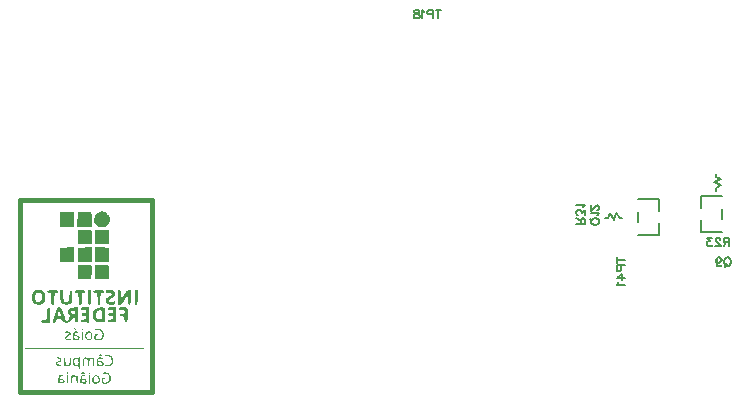
<source format=gbo>
G04 Layer: BottomSilkscreenLayer*
G04 EasyEDA v6.5.22, 2023-01-05 17:43:04*
G04 408631a24da54ebd81f1ad95a11f4f05,373fc183506b451e961249744e80b011,10*
G04 Gerber Generator version 0.2*
G04 Scale: 100 percent, Rotated: No, Reflected: No *
G04 Dimensions in inches *
G04 leading zeros omitted , absolute positions ,3 integer and 6 decimal *
%FSLAX36Y36*%
%MOIN*%

%ADD10C,0.0060*%
%ADD11C,0.0150*%
%ADD12C,0.0079*%

%LPD*%
G36*
X913720Y1243500D02*
G01*
X910360Y1243180D01*
X906700Y1242300D01*
X903139Y1241020D01*
X900160Y1239420D01*
X897560Y1237460D01*
X895020Y1235120D01*
X892840Y1232700D01*
X891300Y1230500D01*
X890759Y1229320D01*
X890240Y1227820D01*
X889360Y1224140D01*
X888760Y1219920D01*
X888520Y1215660D01*
X888560Y1212860D01*
X888740Y1210440D01*
X889100Y1208280D01*
X889640Y1206360D01*
X890420Y1204540D01*
X891460Y1202760D01*
X892780Y1200960D01*
X894400Y1199020D01*
X896200Y1197120D01*
X897900Y1195580D01*
X899599Y1194360D01*
X901420Y1193400D01*
X903480Y1192680D01*
X905860Y1192140D01*
X908700Y1191720D01*
X912080Y1191380D01*
X915759Y1191120D01*
X918720Y1191020D01*
X921120Y1191160D01*
X923180Y1191620D01*
X925060Y1192400D01*
X926960Y1193620D01*
X929040Y1195300D01*
X931500Y1197500D01*
X933500Y1199420D01*
X935200Y1201260D01*
X936600Y1203080D01*
X937780Y1204920D01*
X938720Y1206800D01*
X939440Y1208780D01*
X940000Y1210900D01*
X940380Y1213180D01*
X940600Y1215320D01*
X940680Y1217400D01*
X940620Y1219400D01*
X940400Y1221340D01*
X940040Y1223200D01*
X939520Y1225040D01*
X938860Y1226800D01*
X938060Y1228540D01*
X937220Y1229980D01*
X936160Y1231480D01*
X934940Y1233020D01*
X932180Y1235960D01*
X930720Y1237280D01*
X929240Y1238440D01*
X927820Y1239400D01*
X926320Y1240220D01*
X924620Y1241000D01*
X922800Y1241700D01*
X920900Y1242300D01*
X918980Y1242800D01*
X917099Y1243180D01*
X915320Y1243420D01*
G37*
G36*
X863620Y1241080D02*
G01*
X854880Y1240960D01*
X832660Y1240360D01*
X831460Y1193000D01*
X880020Y1193000D01*
X880000Y1220420D01*
X879780Y1228780D01*
X879380Y1235360D01*
X878860Y1239320D01*
X878560Y1240080D01*
X877800Y1240360D01*
X876240Y1240600D01*
X871000Y1240940D01*
G37*
G36*
X804659Y1241080D02*
G01*
X795920Y1240960D01*
X773720Y1240360D01*
X772520Y1193000D01*
X821080Y1193000D01*
X821040Y1220420D01*
X820819Y1228780D01*
X820420Y1235360D01*
X820180Y1237720D01*
X819900Y1239320D01*
X819599Y1240080D01*
X818860Y1240360D01*
X817280Y1240600D01*
X814980Y1240800D01*
X808580Y1241040D01*
G37*
G36*
X890560Y1182480D02*
G01*
X890560Y1133920D01*
X937920Y1135100D01*
X938620Y1160260D01*
X938680Y1168160D01*
X938560Y1174560D01*
X938280Y1178700D01*
X938060Y1179700D01*
X937760Y1180180D01*
X937200Y1180620D01*
X936380Y1181000D01*
X935260Y1181340D01*
X932120Y1181860D01*
X927580Y1182220D01*
X921520Y1182420D01*
G37*
G36*
X863620Y1182120D02*
G01*
X854880Y1182020D01*
X832660Y1181420D01*
X832660Y1135100D01*
X880020Y1133920D01*
X880000Y1161420D01*
X879780Y1169820D01*
X879380Y1176400D01*
X878860Y1180380D01*
X878560Y1181140D01*
X877800Y1181420D01*
X876240Y1181660D01*
X871000Y1182000D01*
G37*
G36*
X880020Y1123660D02*
G01*
X832660Y1122480D01*
X832660Y1076160D01*
X880020Y1074960D01*
G37*
G36*
X821080Y1123660D02*
G01*
X773720Y1122480D01*
X773720Y1076160D01*
X821080Y1074960D01*
G37*
G36*
X890560Y1123520D02*
G01*
X890560Y1075100D01*
X938980Y1075100D01*
X938940Y1102520D01*
X938740Y1110880D01*
X938360Y1117440D01*
X938120Y1119780D01*
X937860Y1121380D01*
X937580Y1122120D01*
X936820Y1122400D01*
X935220Y1122660D01*
X929880Y1123120D01*
X922320Y1123420D01*
X913360Y1123520D01*
G37*
G36*
X890420Y1064580D02*
G01*
X891600Y1017220D01*
X937920Y1017220D01*
X938620Y1042360D01*
X938680Y1050260D01*
X938560Y1056660D01*
X938280Y1060820D01*
X938060Y1061800D01*
X937760Y1062280D01*
X937200Y1062720D01*
X936360Y1063100D01*
X935260Y1063440D01*
X932099Y1063960D01*
X927560Y1064320D01*
X921480Y1064520D01*
G37*
G36*
X863120Y1064280D02*
G01*
X832660Y1063520D01*
X832660Y1017220D01*
X878980Y1017220D01*
X879680Y1042380D01*
X879740Y1050260D01*
X879479Y1059120D01*
X879300Y1060860D01*
X879100Y1061860D01*
X878780Y1062380D01*
X878259Y1062840D01*
X877500Y1063220D01*
X876460Y1063540D01*
X875120Y1063800D01*
X871480Y1064140D01*
X866320Y1064280D01*
G37*
G36*
X702800Y982340D02*
G01*
X700180Y982240D01*
X697240Y981840D01*
X694340Y981240D01*
X691840Y980460D01*
X689520Y979180D01*
X687140Y977180D01*
X684960Y974740D01*
X683280Y972140D01*
X682640Y970699D01*
X682020Y969020D01*
X681460Y967140D01*
X680580Y963100D01*
X680280Y961060D01*
X680020Y957220D01*
X690560Y957220D01*
X690819Y961160D01*
X691600Y964580D01*
X692920Y967480D01*
X694760Y969840D01*
X696600Y971460D01*
X698520Y972740D01*
X700260Y973580D01*
X701600Y973800D01*
X704520Y973360D01*
X707800Y972620D01*
X709360Y971700D01*
X711000Y969900D01*
X712500Y967460D01*
X713680Y964659D01*
X714479Y961500D01*
X714920Y958080D01*
X714980Y954820D01*
X714620Y952120D01*
X713720Y949720D01*
X712340Y947300D01*
X710620Y945120D01*
X708800Y943480D01*
X706860Y942280D01*
X704860Y941280D01*
X703060Y940620D01*
X701660Y940360D01*
X700280Y940699D01*
X698520Y941600D01*
X696620Y942940D01*
X694760Y944580D01*
X692920Y946940D01*
X691600Y949840D01*
X690819Y953259D01*
X690560Y957220D01*
X680020Y957220D01*
X680280Y953379D01*
X680939Y949340D01*
X681400Y947400D01*
X681940Y945560D01*
X682520Y943940D01*
X683139Y942540D01*
X684980Y939860D01*
X687460Y937460D01*
X690440Y935480D01*
X693820Y934020D01*
X697280Y933160D01*
X701160Y932640D01*
X704980Y932520D01*
X708240Y932820D01*
X711320Y933760D01*
X714599Y935320D01*
X717700Y937320D01*
X720220Y939520D01*
X721620Y941140D01*
X722760Y942740D01*
X723660Y944400D01*
X724320Y946240D01*
X724780Y948340D01*
X725080Y950800D01*
X725240Y953700D01*
X725300Y957159D01*
X725240Y960400D01*
X725080Y963220D01*
X724800Y965660D01*
X724380Y967760D01*
X723820Y969620D01*
X723080Y971240D01*
X722180Y972720D01*
X721080Y974080D01*
X719120Y976040D01*
X716860Y977900D01*
X714620Y979440D01*
X712660Y980480D01*
X710580Y981160D01*
X708020Y981740D01*
X705320Y982159D01*
G37*
G36*
X940939Y981720D02*
G01*
X937039Y981460D01*
X933360Y980980D01*
X930240Y980460D01*
X928000Y979980D01*
X926979Y979599D01*
X926800Y979020D01*
X926880Y978000D01*
X927159Y976680D01*
X927660Y975180D01*
X928660Y973460D01*
X930240Y972520D01*
X932600Y972260D01*
X939260Y972940D01*
X941919Y972680D01*
X944040Y971860D01*
X945680Y970440D01*
X946919Y968660D01*
X947180Y967300D01*
X946400Y966120D01*
X944500Y964800D01*
X939780Y961900D01*
X933980Y958199D01*
X930960Y955879D01*
X928800Y953400D01*
X927420Y950600D01*
X926760Y947400D01*
X926740Y944479D01*
X927220Y941740D01*
X928180Y939340D01*
X929539Y937480D01*
X931260Y936040D01*
X933460Y934680D01*
X935819Y933540D01*
X938080Y932780D01*
X940660Y932380D01*
X943860Y932260D01*
X947300Y932420D01*
X950560Y932860D01*
X954280Y933780D01*
X956520Y934980D01*
X957620Y936820D01*
X957920Y939560D01*
X957760Y942260D01*
X957080Y943640D01*
X955639Y943920D01*
X950939Y942640D01*
X948300Y942099D01*
X945600Y941720D01*
X943180Y941540D01*
X940720Y941700D01*
X939100Y942380D01*
X938199Y943660D01*
X937920Y945620D01*
X938439Y947700D01*
X939960Y949840D01*
X942420Y951960D01*
X949020Y956120D01*
X952000Y958660D01*
X954440Y961360D01*
X955960Y963860D01*
X956900Y966680D01*
X957220Y969160D01*
X956900Y971480D01*
X955960Y973780D01*
X954780Y975620D01*
X953259Y977480D01*
X951600Y979120D01*
X950000Y980340D01*
X947840Y981120D01*
X944680Y981600D01*
G37*
G36*
X1023180Y980360D02*
G01*
X1023220Y945860D01*
X1023379Y939040D01*
X1023540Y936660D01*
X1023800Y934900D01*
X1024140Y933640D01*
X1024620Y932820D01*
X1025200Y932360D01*
X1025939Y932180D01*
X1027920Y932320D01*
X1028980Y932500D01*
X1029860Y932780D01*
X1030600Y933199D01*
X1031200Y933880D01*
X1031680Y934860D01*
X1032080Y936220D01*
X1032380Y938040D01*
X1032820Y943379D01*
X1033120Y951440D01*
X1033840Y980360D01*
G37*
G36*
X966200Y980360D02*
G01*
X967400Y933000D01*
X973720Y933000D01*
X975660Y933100D01*
X977380Y933500D01*
X978960Y934300D01*
X980540Y935680D01*
X982260Y937720D01*
X984240Y940580D01*
X986620Y944380D01*
X991420Y952540D01*
X994960Y958360D01*
X997820Y962760D01*
X999620Y965240D01*
X1000020Y965580D01*
X1000240Y965260D01*
X1000440Y964320D01*
X1000780Y960819D01*
X1001000Y955660D01*
X1001200Y940480D01*
X1001400Y937600D01*
X1001740Y935560D01*
X1002260Y934240D01*
X1003000Y933460D01*
X1004000Y933080D01*
X1005300Y933000D01*
X1006200Y933040D01*
X1006979Y933220D01*
X1007620Y933600D01*
X1008160Y934240D01*
X1008600Y935200D01*
X1008960Y936560D01*
X1009240Y938379D01*
X1009479Y940720D01*
X1009820Y947260D01*
X1010699Y980360D01*
X1001919Y980340D01*
X1000520Y980220D01*
X999300Y979980D01*
X998160Y979560D01*
X997080Y978920D01*
X996000Y978000D01*
X994880Y976760D01*
X993680Y975180D01*
X990840Y970720D01*
X977920Y948220D01*
X977099Y969460D01*
X976860Y973379D01*
X976520Y976220D01*
X976060Y978160D01*
X975380Y979380D01*
X974419Y980040D01*
X973139Y980320D01*
G37*
G36*
X903020Y980360D02*
G01*
X892880Y980260D01*
X889539Y980080D01*
X887200Y979760D01*
X885680Y979300D01*
X884840Y978640D01*
X884539Y977780D01*
X884620Y976680D01*
X885360Y975040D01*
X886860Y973780D01*
X889100Y972860D01*
X892080Y972340D01*
X898820Y971700D01*
X899640Y946420D01*
X899860Y941840D01*
X900180Y938420D01*
X900580Y936020D01*
X901160Y934440D01*
X901940Y933520D01*
X902940Y933100D01*
X904240Y933000D01*
X905540Y933100D01*
X906540Y933540D01*
X907320Y934460D01*
X907880Y936040D01*
X908300Y938460D01*
X908600Y941900D01*
X909060Y952480D01*
X909659Y971940D01*
X915900Y971940D01*
X918900Y972140D01*
X920819Y972820D01*
X921840Y974120D01*
X922140Y976160D01*
X922039Y977460D01*
X921640Y978460D01*
X920759Y979200D01*
X919220Y979720D01*
X916860Y980060D01*
X913480Y980260D01*
G37*
G36*
X867260Y980360D02*
G01*
X867980Y951580D01*
X868280Y943660D01*
X868700Y938379D01*
X869000Y936560D01*
X869340Y935200D01*
X869800Y934240D01*
X870320Y933600D01*
X870980Y933220D01*
X871740Y933040D01*
X873560Y933040D01*
X874340Y933220D01*
X874980Y933600D01*
X875520Y934240D01*
X875960Y935200D01*
X876320Y936560D01*
X876620Y938379D01*
X877039Y943660D01*
X877320Y951580D01*
X878060Y980360D01*
G37*
G36*
X841080Y980360D02*
G01*
X831320Y980260D01*
X828180Y980060D01*
X825939Y979720D01*
X824500Y979200D01*
X823660Y978460D01*
X823280Y977460D01*
X823180Y976160D01*
X823480Y974120D01*
X824500Y972820D01*
X826400Y972140D01*
X829419Y971940D01*
X835660Y971940D01*
X836480Y946360D01*
X836720Y941660D01*
X837020Y938199D01*
X837480Y935740D01*
X838100Y934140D01*
X838960Y933160D01*
X840120Y932620D01*
X841600Y932320D01*
X843139Y932159D01*
X844300Y932320D01*
X845140Y933000D01*
X845720Y934440D01*
X846060Y936820D01*
X846260Y940360D01*
X846340Y951800D01*
X846340Y971940D01*
X852660Y971940D01*
X855720Y972140D01*
X857660Y972820D01*
X858680Y974120D01*
X858980Y976160D01*
X858880Y977460D01*
X858500Y978460D01*
X857660Y979200D01*
X856220Y979720D01*
X853980Y980060D01*
X850840Y980260D01*
G37*
G36*
X774340Y980360D02*
G01*
X775240Y957660D01*
X775639Y951480D01*
X776180Y946900D01*
X776540Y945080D01*
X776960Y943520D01*
X777480Y942159D01*
X778100Y940939D01*
X778820Y939860D01*
X779640Y938820D01*
X780620Y937800D01*
X782000Y936540D01*
X783400Y935500D01*
X784920Y934659D01*
X786560Y934020D01*
X788420Y933540D01*
X790500Y933240D01*
X792900Y933060D01*
X795660Y933000D01*
X798199Y933060D01*
X800520Y933240D01*
X802620Y933540D01*
X804500Y933960D01*
X806220Y934520D01*
X807740Y935200D01*
X809100Y936040D01*
X810340Y937020D01*
X811240Y937880D01*
X812020Y938780D01*
X812680Y939760D01*
X813220Y940879D01*
X813660Y942159D01*
X814020Y943680D01*
X814280Y945480D01*
X814620Y950180D01*
X814760Y956660D01*
X814659Y971320D01*
X814460Y974780D01*
X814140Y977240D01*
X813640Y978860D01*
X812940Y979820D01*
X811979Y980260D01*
X810780Y980360D01*
X809580Y980260D01*
X808640Y979820D01*
X807900Y978960D01*
X807340Y977520D01*
X806900Y975400D01*
X806560Y972460D01*
X805480Y955699D01*
X805100Y952540D01*
X804640Y949880D01*
X804080Y947660D01*
X803420Y945840D01*
X802660Y944419D01*
X801780Y943319D01*
X799920Y941880D01*
X797840Y941040D01*
X795560Y940780D01*
X793080Y941120D01*
X790939Y942000D01*
X789020Y943420D01*
X787520Y945200D01*
X786620Y947180D01*
X786120Y950160D01*
X785720Y954720D01*
X785440Y960260D01*
X785200Y974240D01*
X784980Y976760D01*
X784560Y978480D01*
X783900Y979539D01*
X782920Y980100D01*
X781580Y980320D01*
G37*
G36*
X749500Y980360D02*
G01*
X739260Y980260D01*
X735900Y980080D01*
X733540Y979760D01*
X732000Y979300D01*
X731160Y978640D01*
X730860Y977780D01*
X730939Y976680D01*
X731680Y975040D01*
X733199Y973760D01*
X735460Y972860D01*
X738460Y972340D01*
X745300Y971680D01*
X745300Y945200D01*
X745380Y940300D01*
X745560Y936780D01*
X745920Y934419D01*
X746500Y933000D01*
X747340Y932320D01*
X748500Y932159D01*
X750020Y932320D01*
X751520Y932620D01*
X752660Y933160D01*
X753520Y934120D01*
X754160Y935740D01*
X754599Y938160D01*
X754920Y941600D01*
X755639Y960480D01*
X756000Y965960D01*
X756260Y967860D01*
X756620Y969320D01*
X757060Y970400D01*
X757640Y971140D01*
X758379Y971660D01*
X759260Y971979D01*
X761660Y972340D01*
X764040Y972880D01*
X765980Y973840D01*
X767360Y975140D01*
X768060Y976680D01*
X768139Y977780D01*
X767840Y978640D01*
X767000Y979300D01*
X765460Y979760D01*
X763100Y980080D01*
X759740Y980260D01*
G37*
G36*
X984300Y923520D02*
G01*
X976940Y923400D01*
X974520Y923199D01*
X972800Y922840D01*
X971640Y922300D01*
X970960Y921560D01*
X970639Y920580D01*
X970560Y919320D01*
X970900Y917140D01*
X972260Y915860D01*
X975140Y915260D01*
X985360Y914980D01*
X987039Y914720D01*
X988180Y914220D01*
X988900Y913460D01*
X989300Y912340D01*
X989460Y910800D01*
X989500Y908780D01*
X989300Y905280D01*
X988280Y903400D01*
X985759Y902620D01*
X976840Y902300D01*
X974260Y901700D01*
X973000Y900440D01*
X972660Y898400D01*
X973020Y896380D01*
X974280Y895020D01*
X976720Y894160D01*
X980560Y893660D01*
X983139Y893420D01*
X985100Y893100D01*
X986520Y892600D01*
X987520Y891780D01*
X988180Y890520D01*
X988600Y888700D01*
X989580Y877480D01*
X990400Y874520D01*
X991880Y873360D01*
X994360Y873400D01*
X995360Y873580D01*
X996220Y873840D01*
X996940Y874260D01*
X997520Y874920D01*
X998000Y875860D01*
X998400Y877140D01*
X998700Y878860D01*
X999140Y883800D01*
X999440Y891220D01*
X999680Y900480D01*
X999740Y908740D01*
X999599Y915440D01*
X999320Y919740D01*
X999120Y920759D01*
X998660Y921420D01*
X997820Y921979D01*
X996600Y922460D01*
X994980Y922860D01*
X992940Y923160D01*
X990500Y923360D01*
G37*
G36*
X947460Y923520D02*
G01*
X939500Y923400D01*
X936880Y923199D01*
X935040Y922860D01*
X933800Y922320D01*
X933080Y921580D01*
X932740Y920600D01*
X932660Y919320D01*
X933000Y917140D01*
X934360Y915860D01*
X937240Y915260D01*
X947280Y914960D01*
X950140Y914280D01*
X951340Y912700D01*
X951600Y909840D01*
X951360Y907020D01*
X950240Y905440D01*
X947700Y904740D01*
X938900Y904419D01*
X936340Y903780D01*
X935100Y902500D01*
X934760Y900360D01*
X935100Y898240D01*
X936340Y896940D01*
X938900Y896320D01*
X947840Y896000D01*
X950360Y895240D01*
X951400Y893379D01*
X951600Y889960D01*
X951380Y886540D01*
X950260Y884599D01*
X947580Y883640D01*
X938160Y882620D01*
X935440Y881780D01*
X934080Y880400D01*
X933720Y878259D01*
X933800Y877000D01*
X934120Y876020D01*
X934800Y875280D01*
X935939Y874740D01*
X937660Y874380D01*
X940080Y874180D01*
X947400Y874060D01*
X961080Y874060D01*
X962260Y923520D01*
G37*
G36*
X912240Y923520D02*
G01*
X908100Y923300D01*
X903640Y922640D01*
X899400Y921700D01*
X897520Y921140D01*
X895879Y920540D01*
X894320Y919780D01*
X892740Y918820D01*
X891220Y917720D01*
X889760Y916460D01*
X888379Y915120D01*
X887140Y913680D01*
X886080Y912200D01*
X885200Y910720D01*
X884380Y908960D01*
X883700Y907180D01*
X883180Y905340D01*
X882820Y903460D01*
X882600Y901520D01*
X882549Y898760D01*
X893800Y898760D01*
X894060Y902900D01*
X894900Y906160D01*
X896420Y908820D01*
X898720Y911120D01*
X900920Y912660D01*
X903280Y913940D01*
X905480Y914800D01*
X907280Y915100D01*
X908800Y915000D01*
X910260Y914700D01*
X911480Y914240D01*
X912300Y913700D01*
X912580Y913120D01*
X912860Y912020D01*
X913300Y908480D01*
X913600Y903600D01*
X913720Y897920D01*
X913720Y883520D01*
X906600Y883520D01*
X903580Y883800D01*
X900720Y884520D01*
X898319Y885600D01*
X896640Y886960D01*
X895540Y888940D01*
X894640Y891840D01*
X894040Y895240D01*
X893800Y898760D01*
X882549Y898760D01*
X882600Y897440D01*
X882820Y895280D01*
X883199Y893120D01*
X883700Y891100D01*
X884380Y889200D01*
X885200Y887400D01*
X886200Y885699D01*
X887380Y884100D01*
X888720Y882560D01*
X890260Y881060D01*
X891979Y879659D01*
X893780Y878420D01*
X895720Y877360D01*
X897800Y876420D01*
X900040Y875639D01*
X902500Y874980D01*
X905200Y874440D01*
X908139Y874000D01*
X912800Y873560D01*
X916979Y873400D01*
X920180Y873520D01*
X921979Y873960D01*
X922460Y874659D01*
X922920Y876120D01*
X923300Y878280D01*
X923620Y881100D01*
X924080Y888520D01*
X924240Y898040D01*
X924120Y906960D01*
X923820Y914460D01*
X923379Y919780D01*
X923120Y921380D01*
X922840Y922120D01*
X921560Y922660D01*
X919140Y923120D01*
X915920Y923420D01*
G37*
G36*
X857920Y923520D02*
G01*
X850600Y923400D01*
X848199Y923199D01*
X846480Y922840D01*
X845320Y922300D01*
X844640Y921560D01*
X844320Y920580D01*
X844240Y919320D01*
X844560Y917180D01*
X845819Y915900D01*
X848379Y915280D01*
X857180Y914940D01*
X859720Y914260D01*
X860819Y912660D01*
X861080Y909840D01*
X860840Y907080D01*
X859820Y905480D01*
X857580Y904760D01*
X850040Y904400D01*
X847800Y903760D01*
X846660Y902460D01*
X846340Y900360D01*
X846660Y898280D01*
X847800Y896979D01*
X850040Y896340D01*
X857700Y895980D01*
X859920Y895180D01*
X860879Y893319D01*
X861080Y889960D01*
X860860Y886600D01*
X859820Y884659D01*
X857440Y883660D01*
X849300Y882620D01*
X846880Y881760D01*
X845639Y880360D01*
X845300Y878259D01*
X845380Y877020D01*
X845720Y876020D01*
X846400Y875260D01*
X847540Y874659D01*
X849220Y874220D01*
X851520Y873900D01*
X858439Y873420D01*
X871600Y872800D01*
X871600Y923520D01*
G37*
G36*
X771680Y923520D02*
G01*
X769000Y923360D01*
X767900Y923080D01*
X766919Y922540D01*
X766000Y921700D01*
X765080Y920460D01*
X764160Y918780D01*
X763139Y916560D01*
X760699Y910220D01*
X756102Y897159D01*
X766820Y897159D01*
X767460Y900900D01*
X768160Y903780D01*
X768960Y906580D01*
X769780Y908960D01*
X770500Y910620D01*
X771340Y911540D01*
X772260Y911200D01*
X773280Y909580D01*
X774460Y906640D01*
X775400Y903740D01*
X776160Y900920D01*
X776680Y898540D01*
X776860Y896900D01*
X776460Y895759D01*
X775340Y894860D01*
X773620Y894260D01*
X771440Y894060D01*
X768500Y894240D01*
X767060Y895100D01*
X766820Y897159D01*
X756102Y897159D01*
X752580Y886540D01*
X750120Y878439D01*
X749500Y875639D01*
X749840Y874620D01*
X750800Y873780D01*
X752180Y873199D01*
X753900Y873000D01*
X755980Y873400D01*
X757780Y874560D01*
X759360Y876540D01*
X762200Y882660D01*
X764100Y884580D01*
X767000Y885440D01*
X771600Y885639D01*
X776220Y885440D01*
X779120Y884580D01*
X781000Y882660D01*
X782540Y879320D01*
X783319Y877360D01*
X784120Y875860D01*
X785020Y874740D01*
X786160Y873960D01*
X787660Y873460D01*
X789620Y873160D01*
X795440Y873000D01*
X798840Y873040D01*
X801500Y873199D01*
X803600Y873580D01*
X805340Y874300D01*
X806860Y875440D01*
X808340Y877120D01*
X809980Y879440D01*
X814460Y886140D01*
X816900Y889160D01*
X818980Y891200D01*
X820440Y891940D01*
X821480Y891280D01*
X822420Y889419D01*
X823139Y886580D01*
X824100Y878439D01*
X825000Y875620D01*
X826540Y874080D01*
X828980Y873379D01*
X830060Y873240D01*
X830960Y873240D01*
X831700Y873420D01*
X832280Y873900D01*
X832740Y874760D01*
X833100Y876060D01*
X833360Y877920D01*
X833640Y883540D01*
X833720Y923520D01*
X821600Y923439D01*
X817240Y923020D01*
X813120Y922300D01*
X809740Y921360D01*
X808480Y920819D01*
X806300Y919340D01*
X804200Y917260D01*
X802440Y914880D01*
X801240Y912440D01*
X800420Y909320D01*
X800520Y906600D01*
X810780Y906600D01*
X810860Y908240D01*
X811820Y910240D01*
X813080Y911780D01*
X814780Y913139D01*
X816720Y914160D01*
X818660Y914720D01*
X821020Y914820D01*
X822380Y913960D01*
X823020Y911780D01*
X823180Y907880D01*
X823000Y904680D01*
X822460Y902340D01*
X821600Y900860D01*
X820420Y900360D01*
X819040Y900600D01*
X817280Y901260D01*
X815400Y902220D01*
X813580Y903400D01*
X811680Y905060D01*
X810780Y906600D01*
X800520Y906600D01*
X801640Y903780D01*
X803880Y900400D01*
X808540Y894100D01*
X802960Y885660D01*
X800660Y882380D01*
X798540Y879700D01*
X796840Y877880D01*
X795800Y877220D01*
X795500Y877420D01*
X794539Y879040D01*
X793139Y882060D01*
X791400Y886240D01*
X789400Y891380D01*
X781440Y913540D01*
X780280Y916440D01*
X779260Y918700D01*
X778300Y920440D01*
X777400Y921680D01*
X776460Y922540D01*
X775480Y923080D01*
X774380Y923379D01*
X773139Y923500D01*
G37*
G36*
X738319Y923300D02*
G01*
X737420Y923280D01*
X734860Y922860D01*
X733700Y922320D01*
X732840Y921340D01*
X732220Y919740D01*
X731760Y917320D01*
X731440Y913860D01*
X731000Y903120D01*
X730400Y883760D01*
X721520Y883120D01*
X717020Y882600D01*
X714200Y881700D01*
X712680Y880160D01*
X711979Y877740D01*
X711820Y876240D01*
X711940Y875080D01*
X712440Y874240D01*
X713520Y873680D01*
X715280Y873300D01*
X717880Y873100D01*
X726200Y873000D01*
X741080Y873000D01*
X741060Y909020D01*
X740900Y916140D01*
X740720Y918620D01*
X740460Y920460D01*
X740120Y921760D01*
X739659Y922620D01*
X739060Y923100D01*
G37*
G36*
X823680Y854060D02*
G01*
X822159Y853900D01*
X821720Y853280D01*
X822420Y852000D01*
X824240Y849840D01*
X825800Y848259D01*
X827180Y847080D01*
X828240Y846400D01*
X828840Y846380D01*
X829020Y846940D01*
X828980Y847920D01*
X828720Y849200D01*
X828280Y850600D01*
X827500Y851940D01*
X826380Y853040D01*
X825060Y853780D01*
G37*
G36*
X847820Y853840D02*
G01*
X847300Y853439D01*
X846800Y852240D01*
X846540Y851100D01*
X846540Y849980D01*
X846760Y849020D01*
X847180Y848300D01*
X847760Y847920D01*
X848439Y847780D01*
X849120Y847900D01*
X849720Y848300D01*
X850080Y849000D01*
X850120Y849980D01*
X849860Y851100D01*
X849320Y852220D01*
X848480Y853439D01*
G37*
G36*
X900920Y851940D02*
G01*
X896900Y851780D01*
X893600Y851320D01*
X891380Y850660D01*
X890560Y849840D01*
X891240Y849020D01*
X893139Y848360D01*
X895920Y847900D01*
X903180Y847480D01*
X906740Y846780D01*
X909760Y845680D01*
X911960Y844260D01*
X913520Y842320D01*
X914740Y839780D01*
X915540Y836840D01*
X915819Y833720D01*
X915520Y830540D01*
X914659Y827460D01*
X913340Y824700D01*
X911600Y822480D01*
X909460Y820819D01*
X906780Y819500D01*
X903880Y818600D01*
X901080Y818259D01*
X897720Y818460D01*
X895819Y819320D01*
X894960Y821220D01*
X894760Y824580D01*
X894960Y827720D01*
X895680Y829659D01*
X897099Y830620D01*
X899400Y830900D01*
X901400Y831020D01*
X902440Y831420D01*
X902540Y832120D01*
X901740Y833180D01*
X900460Y834020D01*
X898660Y834580D01*
X896600Y834860D01*
X894479Y834760D01*
X892000Y834100D01*
X890380Y832760D01*
X889380Y830460D01*
X888820Y826940D01*
X888720Y824000D01*
X888980Y821280D01*
X889539Y819060D01*
X890340Y817640D01*
X891960Y816800D01*
X894780Y816100D01*
X898379Y815620D01*
X902380Y815460D01*
X905080Y815500D01*
X907380Y815680D01*
X909340Y815980D01*
X911020Y816440D01*
X912500Y817080D01*
X913800Y817920D01*
X915000Y818960D01*
X916140Y820260D01*
X917700Y822760D01*
X918920Y825920D01*
X919740Y829440D01*
X920020Y832960D01*
X919720Y836600D01*
X918840Y840220D01*
X917460Y843560D01*
X915660Y846400D01*
X914340Y847980D01*
X913040Y849220D01*
X911680Y850200D01*
X910180Y850920D01*
X908439Y851420D01*
X906380Y851740D01*
X903900Y851900D01*
G37*
G36*
X870560Y843520D02*
G01*
X868360Y843259D01*
X866080Y842560D01*
X863960Y841500D01*
X862280Y840220D01*
X860900Y838540D01*
X859580Y836380D01*
X858460Y834040D01*
X857700Y831780D01*
X857400Y829320D01*
X857454Y828760D01*
X861460Y828760D01*
X861800Y831280D01*
X862800Y834060D01*
X864200Y836400D01*
X865920Y838040D01*
X868040Y839000D01*
X870580Y839320D01*
X872760Y839080D01*
X874700Y838439D01*
X876220Y837500D01*
X877080Y836360D01*
X877480Y834659D01*
X877680Y832200D01*
X877720Y829320D01*
X877540Y826360D01*
X876979Y822740D01*
X875920Y820500D01*
X874060Y819260D01*
X871100Y818660D01*
X868180Y818580D01*
X866020Y819240D01*
X864320Y820800D01*
X862860Y823379D01*
X861820Y826220D01*
X861460Y828760D01*
X857454Y828760D01*
X857660Y826660D01*
X858460Y824020D01*
X859740Y821560D01*
X861380Y819479D01*
X863379Y817560D01*
X865480Y816040D01*
X867440Y815100D01*
X869599Y814780D01*
X872039Y815020D01*
X874560Y815800D01*
X876979Y817080D01*
X879479Y819100D01*
X881060Y821480D01*
X881900Y824539D01*
X882140Y828680D01*
X881880Y832200D01*
X881180Y835500D01*
X880140Y838280D01*
X878820Y840220D01*
X877140Y841500D01*
X875020Y842560D01*
X872740Y843259D01*
G37*
G36*
X848439Y843520D02*
G01*
X847620Y842480D01*
X846940Y839580D01*
X846500Y835240D01*
X846340Y829840D01*
X846500Y824440D01*
X846940Y820100D01*
X847620Y817220D01*
X848439Y816160D01*
X849280Y817220D01*
X849940Y820100D01*
X850400Y824440D01*
X850560Y829840D01*
X850400Y835240D01*
X849940Y839580D01*
X849280Y842480D01*
G37*
G36*
X827700Y843520D02*
G01*
X825260Y843319D01*
X822880Y842780D01*
X820840Y841979D01*
X819400Y841000D01*
X818420Y839140D01*
X817620Y835980D01*
X817060Y831919D01*
X816860Y827440D01*
X816899Y826060D01*
X821080Y826060D01*
X821360Y827099D01*
X822159Y827940D01*
X823340Y828480D01*
X824760Y828620D01*
X826400Y828480D01*
X828139Y828199D01*
X829760Y827820D01*
X831080Y827400D01*
X832099Y826660D01*
X832940Y825460D01*
X833500Y823940D01*
X833720Y822300D01*
X833439Y820620D01*
X832700Y819360D01*
X831500Y818540D01*
X829920Y818259D01*
X828259Y818460D01*
X826500Y819000D01*
X824880Y819800D01*
X823600Y820800D01*
X822620Y821979D01*
X821820Y823379D01*
X821280Y824800D01*
X821080Y826060D01*
X816899Y826060D01*
X817020Y821880D01*
X817560Y818520D01*
X818700Y816880D01*
X820560Y816480D01*
X822340Y816380D01*
X824460Y816100D01*
X826660Y815660D01*
X828660Y815120D01*
X830780Y814760D01*
X832840Y815000D01*
X834780Y815800D01*
X836560Y817200D01*
X837900Y818660D01*
X839000Y820060D01*
X839740Y821260D01*
X840000Y822099D01*
X839840Y822880D01*
X839440Y823940D01*
X838860Y825160D01*
X838160Y826360D01*
X836900Y827580D01*
X834800Y828800D01*
X832159Y829880D01*
X826380Y831480D01*
X824120Y832580D01*
X822660Y833840D01*
X822140Y835200D01*
X822600Y836540D01*
X823960Y837620D01*
X826120Y838439D01*
X831600Y839340D01*
X833520Y839980D01*
X834599Y840740D01*
X834680Y841560D01*
X833760Y842320D01*
X832120Y842940D01*
X830020Y843379D01*
G37*
G36*
X798560Y843520D02*
G01*
X795620Y843340D01*
X793439Y842780D01*
X792080Y841919D01*
X791600Y840740D01*
X791979Y839560D01*
X793100Y838860D01*
X795000Y838620D01*
X800140Y839000D01*
X802360Y838800D01*
X804100Y838300D01*
X805100Y837500D01*
X805160Y836400D01*
X804320Y835020D01*
X802700Y833560D01*
X797940Y830720D01*
X795480Y829100D01*
X793400Y827460D01*
X791940Y826040D01*
X791060Y824599D01*
X790520Y822960D01*
X790380Y821280D01*
X790660Y819800D01*
X791500Y818439D01*
X792860Y817180D01*
X794560Y816100D01*
X796420Y815380D01*
X798560Y815020D01*
X801040Y814900D01*
X803540Y815040D01*
X805759Y815420D01*
X807620Y816000D01*
X809140Y816680D01*
X810180Y817400D01*
X810560Y818060D01*
X810000Y818560D01*
X808460Y818860D01*
X806200Y818900D01*
X800560Y818540D01*
X798000Y818760D01*
X796040Y819300D01*
X794940Y820100D01*
X795060Y821380D01*
X796460Y823240D01*
X798860Y825420D01*
X805360Y829980D01*
X808060Y832280D01*
X809880Y834280D01*
X810560Y835759D01*
X810360Y837020D01*
X809820Y838420D01*
X809000Y839800D01*
X808020Y841000D01*
X806500Y841979D01*
X804200Y842780D01*
X801440Y843319D01*
G37*
G36*
X824280Y788780D02*
G01*
X753520Y788580D01*
X706680Y788220D01*
X675300Y787720D01*
X665500Y787400D01*
X659700Y787039D01*
X657980Y786740D01*
X657920Y786640D01*
X658560Y786440D01*
X660200Y786240D01*
X666520Y785879D01*
X676900Y785580D01*
X691300Y785300D01*
X732180Y784900D01*
X789060Y784659D01*
X881020Y784580D01*
X958640Y784760D01*
X1006520Y785100D01*
X1024460Y785340D01*
X1038360Y785620D01*
X1048220Y785920D01*
X1054040Y786280D01*
X1055760Y786580D01*
X1055820Y786680D01*
X1055180Y786880D01*
X1053540Y787080D01*
X1047220Y787440D01*
X1036940Y787740D01*
X1022720Y788020D01*
X1004580Y788259D01*
X956780Y788600D01*
X927200Y788700D01*
G37*
G36*
X908520Y767740D02*
G01*
X907400Y767540D01*
X906100Y767000D01*
X904780Y766200D01*
X903600Y765220D01*
X902620Y764080D01*
X901820Y762860D01*
X901280Y761700D01*
X901080Y760740D01*
X901300Y760180D01*
X901919Y760080D01*
X902840Y760420D01*
X903960Y761200D01*
X905360Y762020D01*
X907020Y762500D01*
X908720Y762600D01*
X911620Y761940D01*
X912700Y761940D01*
X913439Y762280D01*
X913720Y762960D01*
X913600Y763840D01*
X913300Y764760D01*
X912860Y765639D01*
X912300Y766340D01*
X911580Y766880D01*
X910620Y767320D01*
X909560Y767620D01*
G37*
G36*
X933940Y765639D02*
G01*
X930980Y765460D01*
X928360Y765020D01*
X926380Y764340D01*
X925300Y763520D01*
X925340Y762660D01*
X926620Y762000D01*
X928960Y761580D01*
X935920Y761180D01*
X939100Y760500D01*
X941640Y759419D01*
X943400Y758000D01*
X944500Y756000D01*
X945420Y753120D01*
X946020Y749740D01*
X946240Y746220D01*
X946020Y742280D01*
X945280Y739140D01*
X944020Y736720D01*
X942200Y734900D01*
X940080Y733760D01*
X937280Y732820D01*
X934160Y732180D01*
X928300Y731800D01*
X926320Y731360D01*
X925280Y730699D01*
X925300Y729840D01*
X926380Y729020D01*
X928360Y728360D01*
X930980Y727900D01*
X933940Y727740D01*
X937500Y728060D01*
X940740Y729000D01*
X943700Y730620D01*
X946440Y732900D01*
X947760Y734320D01*
X948840Y735780D01*
X949740Y737260D01*
X950440Y738840D01*
X950980Y740540D01*
X951340Y742400D01*
X951540Y744419D01*
X951600Y746680D01*
X951540Y748940D01*
X951340Y750980D01*
X950980Y752820D01*
X950440Y754520D01*
X949740Y756100D01*
X948840Y757600D01*
X947760Y759040D01*
X946440Y760460D01*
X943700Y762760D01*
X940740Y764360D01*
X937500Y765320D01*
G37*
G36*
X769599Y757180D02*
G01*
X767680Y757000D01*
X765639Y756560D01*
X763700Y755900D01*
X762140Y755100D01*
X761060Y754140D01*
X761420Y753500D01*
X763319Y753160D01*
X770460Y752840D01*
X772900Y752280D01*
X774320Y751300D01*
X774760Y749880D01*
X774180Y748420D01*
X772600Y746760D01*
X770260Y745100D01*
X764140Y742039D01*
X761840Y740300D01*
X760480Y738400D01*
X760020Y736340D01*
X760360Y734500D01*
X761300Y732660D01*
X762660Y731020D01*
X764340Y729780D01*
X766380Y728940D01*
X768700Y728340D01*
X771060Y728060D01*
X773120Y728139D01*
X774920Y728560D01*
X776480Y729220D01*
X777660Y730040D01*
X778280Y730920D01*
X778040Y731740D01*
X776820Y732420D01*
X774860Y732860D01*
X769680Y733220D01*
X767380Y733780D01*
X765660Y734640D01*
X764780Y735660D01*
X764980Y736960D01*
X766280Y738460D01*
X768480Y740020D01*
X774580Y743060D01*
X776940Y744800D01*
X778460Y746600D01*
X778980Y748400D01*
X778780Y750060D01*
X778240Y751800D01*
X777420Y753400D01*
X776440Y754680D01*
X775120Y755660D01*
X773400Y756460D01*
X771480Y757000D01*
G37*
G36*
X859100Y757120D02*
G01*
X857240Y756860D01*
X855280Y755920D01*
X854340Y755160D01*
X853520Y754160D01*
X852840Y752860D01*
X852280Y751220D01*
X851820Y749200D01*
X851460Y746760D01*
X851180Y743880D01*
X850980Y740480D01*
X850840Y734820D01*
X851060Y730980D01*
X851620Y728940D01*
X852560Y728720D01*
X853420Y730160D01*
X854120Y733060D01*
X854580Y737000D01*
X854900Y747400D01*
X855460Y750879D01*
X856620Y752560D01*
X858560Y753000D01*
X860220Y752800D01*
X861979Y752260D01*
X863580Y751460D01*
X864860Y750480D01*
X865840Y748700D01*
X866660Y745720D01*
X867200Y741960D01*
X867560Y733920D01*
X867980Y730699D01*
X868620Y728540D01*
X869400Y727740D01*
X870220Y728700D01*
X871000Y731300D01*
X871620Y735140D01*
X872020Y739840D01*
X872240Y743620D01*
X872500Y746520D01*
X872860Y748660D01*
X873340Y750140D01*
X874040Y751100D01*
X875000Y751660D01*
X876280Y751900D01*
X879560Y751900D01*
X880840Y751660D01*
X881800Y751100D01*
X882500Y750140D01*
X883000Y748660D01*
X883340Y746520D01*
X883600Y743620D01*
X883820Y739840D01*
X884220Y735140D01*
X884840Y731300D01*
X885620Y728700D01*
X886440Y727740D01*
X886840Y728020D01*
X887220Y728860D01*
X887560Y730180D01*
X887860Y731919D01*
X888300Y736460D01*
X888439Y742000D01*
X888439Y756280D01*
X880560Y756160D01*
X877280Y755980D01*
X874220Y755600D01*
X871720Y755080D01*
X870120Y754440D01*
X868780Y754040D01*
X867060Y754120D01*
X865140Y754620D01*
X861060Y756680D01*
G37*
G36*
X907020Y757039D02*
G01*
X905380Y756840D01*
X903560Y756200D01*
X901740Y755180D01*
X900180Y753900D01*
X898780Y751820D01*
X897740Y748780D01*
X897099Y744920D01*
X896860Y740340D01*
X896886Y739740D01*
X901080Y739740D01*
X901480Y740800D01*
X902540Y741680D01*
X904140Y742260D01*
X906080Y742480D01*
X908220Y742240D01*
X910360Y741580D01*
X912260Y740600D01*
X913640Y739400D01*
X914520Y738040D01*
X915040Y736600D01*
X915140Y735240D01*
X914820Y734140D01*
X914000Y733300D01*
X912780Y732600D01*
X911320Y732120D01*
X909800Y731940D01*
X908180Y732140D01*
X906460Y732700D01*
X904880Y733500D01*
X903600Y734479D01*
X902620Y735680D01*
X901820Y737060D01*
X901280Y738480D01*
X901080Y739740D01*
X896886Y739740D01*
X897039Y736260D01*
X897480Y732720D01*
X898160Y730100D01*
X898980Y728780D01*
X899800Y728500D01*
X900460Y728640D01*
X900920Y729220D01*
X901200Y731300D01*
X901600Y731720D01*
X902380Y731360D01*
X903600Y730260D01*
X904940Y729280D01*
X906680Y728480D01*
X908640Y727940D01*
X910560Y727740D01*
X912460Y727940D01*
X914419Y728480D01*
X916180Y729280D01*
X917500Y730260D01*
X918480Y731540D01*
X919280Y733139D01*
X919820Y734860D01*
X920020Y736500D01*
X919700Y738120D01*
X918840Y739760D01*
X917540Y741260D01*
X915960Y742400D01*
X913940Y743240D01*
X911440Y743940D01*
X908800Y744400D01*
X903740Y744760D01*
X902140Y745380D01*
X901440Y746520D01*
X901500Y748259D01*
X902220Y749940D01*
X903660Y751080D01*
X905900Y751720D01*
X911660Y752039D01*
X913820Y752340D01*
X915280Y752780D01*
X915819Y753340D01*
X915600Y753960D01*
X915040Y754640D01*
X914200Y755300D01*
X913180Y755819D01*
X911880Y756240D01*
X910280Y756620D01*
X908600Y756900D01*
G37*
G36*
X839640Y756800D02*
G01*
X839100Y756640D01*
X837880Y754659D01*
X836740Y754280D01*
X835020Y754560D01*
X829900Y756480D01*
X827500Y756620D01*
X825060Y755920D01*
X822220Y754300D01*
X819620Y752220D01*
X817980Y749860D01*
X817120Y746820D01*
X816918Y743680D01*
X821380Y743680D01*
X821720Y746160D01*
X822360Y748340D01*
X823280Y749960D01*
X824560Y751140D01*
X826120Y752120D01*
X827820Y752760D01*
X829400Y753000D01*
X830920Y752880D01*
X832360Y752580D01*
X833580Y752140D01*
X834419Y751600D01*
X834960Y750400D01*
X835400Y748220D01*
X835699Y745320D01*
X835819Y742060D01*
X835620Y738340D01*
X834980Y735580D01*
X833900Y733680D01*
X832380Y732600D01*
X830759Y732260D01*
X828940Y732300D01*
X827120Y732680D01*
X825520Y733400D01*
X824160Y734680D01*
X822940Y736580D01*
X821979Y738860D01*
X821460Y741240D01*
X821380Y743680D01*
X816918Y743680D01*
X816860Y742760D01*
X817140Y739020D01*
X817900Y735800D01*
X819200Y733100D01*
X821000Y730980D01*
X823120Y729419D01*
X825400Y728500D01*
X827800Y728199D01*
X830340Y728540D01*
X833139Y729040D01*
X834800Y728520D01*
X835699Y726620D01*
X836640Y720380D01*
X837300Y718319D01*
X838100Y717020D01*
X838980Y716680D01*
X839400Y717120D01*
X839840Y718220D01*
X840260Y719900D01*
X841000Y724700D01*
X841300Y727660D01*
X841700Y734380D01*
X841820Y741340D01*
X841720Y747520D01*
X841420Y752280D01*
X841200Y753900D01*
X840920Y754920D01*
X840260Y756240D01*
G37*
G36*
X788940Y756220D02*
G01*
X788560Y755819D01*
X788220Y754860D01*
X787960Y753360D01*
X787620Y748820D01*
X787560Y742360D01*
X787700Y736480D01*
X787980Y732060D01*
X788360Y729520D01*
X788560Y729100D01*
X788780Y729300D01*
X789500Y730420D01*
X790540Y730840D01*
X792020Y730580D01*
X794080Y729640D01*
X796100Y728860D01*
X798480Y728400D01*
X800920Y728300D01*
X803120Y728580D01*
X805100Y729440D01*
X806900Y730840D01*
X808340Y732620D01*
X809220Y734560D01*
X809720Y737000D01*
X810120Y740140D01*
X810420Y743560D01*
X810520Y746860D01*
X810420Y749920D01*
X810080Y752660D01*
X809580Y754780D01*
X808980Y756000D01*
X808319Y756000D01*
X807700Y754760D01*
X807180Y752540D01*
X806120Y742360D01*
X805639Y739080D01*
X805180Y736560D01*
X804400Y734200D01*
X803160Y732800D01*
X801220Y732240D01*
X798379Y732340D01*
X796620Y732600D01*
X795240Y732980D01*
X794200Y733600D01*
X793439Y734520D01*
X792900Y735879D01*
X792520Y737780D01*
X791600Y747780D01*
X790960Y751540D01*
X790200Y754440D01*
X789380Y756060D01*
G37*
G36*
X851600Y708780D02*
G01*
X850500Y708600D01*
X849220Y708040D01*
X847920Y707240D01*
X846760Y706260D01*
X845780Y705140D01*
X844980Y703960D01*
X844440Y702860D01*
X844240Y701979D01*
X844580Y701480D01*
X845520Y701420D01*
X846900Y701780D01*
X850780Y703500D01*
X852640Y703800D01*
X854300Y703420D01*
X857120Y701540D01*
X858080Y701160D01*
X858740Y701240D01*
X858980Y701800D01*
X858780Y702740D01*
X858240Y703900D01*
X857420Y705120D01*
X856440Y706260D01*
X855280Y707240D01*
X853980Y708040D01*
X852700Y708600D01*
G37*
G36*
X924920Y706680D02*
G01*
X921380Y706520D01*
X918500Y706060D01*
X916540Y705400D01*
X915819Y704580D01*
X916460Y703760D01*
X918240Y703100D01*
X920879Y702640D01*
X927620Y702220D01*
X930939Y701520D01*
X933720Y700480D01*
X935660Y699160D01*
X936960Y697280D01*
X938000Y694599D01*
X938720Y691480D01*
X938980Y688280D01*
X938700Y685040D01*
X937960Y681800D01*
X936840Y678940D01*
X935480Y676840D01*
X933560Y675300D01*
X931020Y674080D01*
X928060Y673280D01*
X924960Y673000D01*
X921180Y673180D01*
X919040Y673980D01*
X918120Y675840D01*
X917920Y679160D01*
X918139Y682180D01*
X918920Y684220D01*
X920380Y685480D01*
X922660Y686160D01*
X925040Y686660D01*
X925960Y687140D01*
X925500Y687760D01*
X923720Y688640D01*
X922039Y689180D01*
X920180Y689460D01*
X918379Y689419D01*
X916860Y689080D01*
X915500Y688020D01*
X914520Y686080D01*
X913920Y683259D01*
X913720Y679599D01*
X913920Y675879D01*
X914539Y673060D01*
X915560Y671140D01*
X917039Y670060D01*
X918800Y669580D01*
X921160Y669160D01*
X923800Y668900D01*
X926400Y668780D01*
X929180Y669180D01*
X932300Y670220D01*
X935400Y671760D01*
X938060Y673640D01*
X939539Y675020D01*
X940780Y676380D01*
X941780Y677800D01*
X942540Y679320D01*
X943139Y680960D01*
X943540Y682800D01*
X943800Y684860D01*
X943940Y687200D01*
X943920Y689500D01*
X943780Y691580D01*
X943480Y693460D01*
X943000Y695180D01*
X942340Y696780D01*
X941480Y698300D01*
X940400Y699800D01*
X939100Y701300D01*
X937640Y702720D01*
X936220Y703900D01*
X934740Y704840D01*
X933180Y705560D01*
X931480Y706080D01*
X929560Y706420D01*
X927400Y706620D01*
G37*
G36*
X871600Y706680D02*
G01*
X870780Y706520D01*
X870120Y706060D01*
X869659Y705400D01*
X869500Y704580D01*
X869659Y703760D01*
X870120Y703100D01*
X870780Y702640D01*
X871600Y702480D01*
X872420Y702640D01*
X873100Y703100D01*
X873540Y703760D01*
X873720Y704580D01*
X873540Y705400D01*
X873100Y706060D01*
X872420Y706520D01*
G37*
G36*
X798980Y706680D02*
G01*
X797740Y706520D01*
X796740Y706060D01*
X796060Y705400D01*
X795819Y704580D01*
X796060Y703760D01*
X796740Y703100D01*
X797740Y702640D01*
X798980Y702480D01*
X800200Y702640D01*
X801200Y703100D01*
X801880Y703760D01*
X802140Y704580D01*
X801880Y705400D01*
X801200Y706060D01*
X800200Y706520D01*
G37*
G36*
X895240Y698259D02*
G01*
X893400Y698000D01*
X891220Y697300D01*
X888920Y696260D01*
X886820Y694980D01*
X884620Y693020D01*
X883180Y690620D01*
X882380Y687540D01*
X882140Y683520D01*
X886340Y683520D01*
X886540Y685860D01*
X887080Y688139D01*
X887880Y690120D01*
X888860Y691520D01*
X890160Y692500D01*
X891780Y693319D01*
X893540Y693860D01*
X895240Y694060D01*
X896900Y693640D01*
X898640Y692500D01*
X900220Y690840D01*
X901460Y688780D01*
X902480Y686040D01*
X902800Y683520D01*
X902480Y681020D01*
X901460Y678259D01*
X900220Y676220D01*
X898640Y674539D01*
X896900Y673420D01*
X895240Y673000D01*
X893540Y673199D01*
X891780Y673740D01*
X890160Y674539D01*
X888860Y675520D01*
X887880Y676940D01*
X887080Y678920D01*
X886540Y681200D01*
X886340Y683520D01*
X882140Y683520D01*
X882380Y679520D01*
X883180Y676440D01*
X884620Y674020D01*
X886820Y672060D01*
X888920Y670800D01*
X891220Y669760D01*
X893400Y669040D01*
X895240Y668780D01*
X897020Y669120D01*
X899120Y670020D01*
X901260Y671360D01*
X903180Y673000D01*
X904820Y675140D01*
X906160Y677820D01*
X907060Y680740D01*
X907400Y683520D01*
X907060Y686320D01*
X906160Y689220D01*
X904820Y691919D01*
X903180Y694060D01*
X901260Y695680D01*
X899120Y697020D01*
X897020Y697940D01*
G37*
G36*
X851680Y698259D02*
G01*
X849740Y698060D01*
X847760Y697520D01*
X846000Y696720D01*
X844659Y695740D01*
X844140Y694960D01*
X843660Y693760D01*
X843240Y692200D01*
X842620Y688139D01*
X842420Y685740D01*
X842303Y680980D01*
X846620Y680980D01*
X847080Y682440D01*
X848139Y683259D01*
X849880Y683500D01*
X851600Y683340D01*
X853439Y682920D01*
X855200Y682320D01*
X856640Y681600D01*
X857720Y680600D01*
X858360Y679260D01*
X858560Y677760D01*
X858240Y676220D01*
X857340Y674800D01*
X855980Y673820D01*
X854220Y673340D01*
X852140Y673379D01*
X850060Y673980D01*
X848439Y675100D01*
X847320Y676720D01*
X846720Y678780D01*
X846620Y680980D01*
X842303Y680980D01*
X842440Y675720D01*
X842700Y672180D01*
X843060Y670220D01*
X843460Y670140D01*
X844240Y671160D01*
X845580Y671500D01*
X847620Y671220D01*
X853540Y669320D01*
X855960Y669080D01*
X857980Y669539D01*
X859860Y670759D01*
X861140Y672099D01*
X862200Y673740D01*
X862920Y675460D01*
X863180Y677039D01*
X862980Y678620D01*
X862440Y680280D01*
X861640Y681840D01*
X860660Y683100D01*
X859220Y684080D01*
X857140Y684880D01*
X854720Y685440D01*
X849380Y685840D01*
X847560Y686560D01*
X846620Y687920D01*
X846340Y690080D01*
X846580Y692320D01*
X847500Y693540D01*
X849419Y693900D01*
X855120Y693360D01*
X857120Y693360D01*
X858480Y693600D01*
X858980Y694060D01*
X858860Y694720D01*
X858560Y695460D01*
X858120Y696200D01*
X857580Y696860D01*
X856680Y697400D01*
X855260Y697860D01*
X853540Y698160D01*
G37*
G36*
X798620Y698259D02*
G01*
X798480Y697960D01*
X798240Y695720D01*
X798040Y691700D01*
X797940Y686380D01*
X797960Y680100D01*
X798060Y677220D01*
X798240Y674780D01*
X798480Y672800D01*
X798780Y671300D01*
X799140Y670300D01*
X799560Y669800D01*
X800020Y669840D01*
X800840Y671300D01*
X801520Y674340D01*
X801960Y678480D01*
X802140Y683300D01*
X802020Y688139D01*
X801720Y692300D01*
X801280Y695360D01*
X800720Y696860D01*
X799539Y697860D01*
X799000Y698160D01*
G37*
G36*
X777820Y698240D02*
G01*
X775939Y698040D01*
X774020Y697520D01*
X772300Y696720D01*
X770980Y695740D01*
X770000Y693840D01*
X769200Y690520D01*
X768640Y686260D01*
X768440Y680980D01*
X772920Y680980D01*
X773379Y682420D01*
X774460Y683180D01*
X776200Y683360D01*
X777900Y683220D01*
X779680Y682940D01*
X781340Y682560D01*
X782660Y682140D01*
X783680Y681400D01*
X784520Y680160D01*
X785080Y678600D01*
X785300Y676900D01*
X785040Y674880D01*
X784120Y673700D01*
X782340Y673240D01*
X779500Y673379D01*
X776800Y673960D01*
X774900Y675000D01*
X773660Y676580D01*
X773040Y678780D01*
X772920Y680980D01*
X768440Y680980D01*
X768460Y669840D01*
X777159Y669840D01*
X781180Y670060D01*
X784320Y670740D01*
X786640Y671880D01*
X788199Y673520D01*
X789160Y675440D01*
X789479Y677220D01*
X789160Y679000D01*
X788220Y680900D01*
X786800Y682380D01*
X784620Y683700D01*
X781960Y684700D01*
X776020Y685740D01*
X774060Y686560D01*
X773120Y687760D01*
X773080Y689460D01*
X773820Y691040D01*
X775400Y692280D01*
X777800Y693160D01*
X784160Y694120D01*
X785860Y694659D01*
X786180Y695360D01*
X785160Y696280D01*
X783640Y697039D01*
X781760Y697640D01*
X779740Y698060D01*
G37*
G36*
X817780Y697980D02*
G01*
X815759Y697500D01*
X813880Y696300D01*
X813060Y695440D01*
X812360Y694320D01*
X811780Y692920D01*
X811320Y691200D01*
X810980Y689140D01*
X810740Y686740D01*
X810600Y683940D01*
X810560Y680740D01*
X810680Y675500D01*
X811080Y671880D01*
X811700Y669980D01*
X812540Y669940D01*
X813360Y671560D01*
X814120Y674460D01*
X814760Y678220D01*
X815660Y687980D01*
X816540Y691260D01*
X818060Y692960D01*
X820560Y693680D01*
X822880Y693700D01*
X824700Y692960D01*
X826160Y691360D01*
X827400Y688800D01*
X828220Y686060D01*
X828880Y682720D01*
X829340Y679200D01*
X829659Y673000D01*
X830080Y670939D01*
X830740Y669840D01*
X831600Y669840D01*
X832420Y671300D01*
X833100Y674340D01*
X833540Y678480D01*
X833720Y683300D01*
X833580Y688139D01*
X833259Y692340D01*
X832780Y695440D01*
X832180Y697000D01*
X831520Y697420D01*
X830900Y697480D01*
X830360Y697180D01*
X829960Y696520D01*
X829280Y695819D01*
X827860Y695639D01*
X825819Y695960D01*
X820200Y697740D01*
G37*
G36*
X872080Y697240D02*
G01*
X871600Y697220D01*
X870780Y695720D01*
X870120Y692660D01*
X869659Y688439D01*
X869500Y683520D01*
X869659Y678620D01*
X870120Y674400D01*
X870780Y671320D01*
X871600Y669840D01*
X872080Y669800D01*
X872500Y670300D01*
X872860Y671320D01*
X873160Y672840D01*
X873400Y674820D01*
X873680Y680200D01*
X873680Y686860D01*
X873400Y692220D01*
X873160Y694220D01*
X872860Y695740D01*
X872500Y696740D01*
G37*
D10*
X3001818Y1090273D02*
G01*
X3004544Y1088908D01*
X3007272Y1086181D01*
X3008635Y1083454D01*
X3010000Y1079364D01*
X3010000Y1072545D01*
X3008635Y1068454D01*
X3007272Y1065727D01*
X3004544Y1063000D01*
X3001818Y1061635D01*
X2996364Y1061635D01*
X2993635Y1063000D01*
X2990909Y1065727D01*
X2989544Y1068454D01*
X2988181Y1072545D01*
X2988181Y1079364D01*
X2989544Y1083454D01*
X2990909Y1086181D01*
X2993635Y1088908D01*
X2996364Y1090273D01*
X3001818Y1090273D01*
X2997727Y1067091D02*
G01*
X2989544Y1058908D01*
X2961454Y1080727D02*
G01*
X2962817Y1076635D01*
X2965545Y1073908D01*
X2969636Y1072545D01*
X2971000Y1072545D01*
X2975091Y1073908D01*
X2977817Y1076635D01*
X2979182Y1080727D01*
X2979182Y1082091D01*
X2977817Y1086181D01*
X2975091Y1088908D01*
X2971000Y1090273D01*
X2969636Y1090273D01*
X2965545Y1088908D01*
X2962817Y1086181D01*
X2961454Y1080727D01*
X2961454Y1073908D01*
X2962817Y1067091D01*
X2965545Y1063000D01*
X2969636Y1061635D01*
X2972363Y1061635D01*
X2976454Y1063000D01*
X2977817Y1065727D01*
X2571093Y1207462D02*
G01*
X2569728Y1204735D01*
X2567002Y1202006D01*
X2564274Y1200644D01*
X2560183Y1199279D01*
X2553365Y1199279D01*
X2549274Y1200644D01*
X2546547Y1202006D01*
X2543819Y1204735D01*
X2542456Y1207462D01*
X2542456Y1212916D01*
X2543819Y1215644D01*
X2546547Y1218371D01*
X2549274Y1219735D01*
X2553365Y1221098D01*
X2560183Y1221098D01*
X2564274Y1219735D01*
X2567002Y1218371D01*
X2569728Y1215644D01*
X2571093Y1212916D01*
X2571093Y1207462D01*
X2547911Y1211552D02*
G01*
X2539728Y1219735D01*
X2565637Y1230097D02*
G01*
X2567002Y1232824D01*
X2571093Y1236916D01*
X2542456Y1236916D01*
X2564274Y1247280D02*
G01*
X2565637Y1247280D01*
X2568365Y1248643D01*
X2569728Y1250007D01*
X2571093Y1252734D01*
X2571093Y1258189D01*
X2569728Y1260916D01*
X2568365Y1262280D01*
X2565637Y1263643D01*
X2562911Y1263643D01*
X2560183Y1262280D01*
X2556093Y1259553D01*
X2542456Y1245916D01*
X2542456Y1265007D01*
X3005000Y1155273D02*
G01*
X3005000Y1126635D01*
X3005000Y1155273D02*
G01*
X2992727Y1155273D01*
X2988635Y1153908D01*
X2987272Y1152545D01*
X2985909Y1149818D01*
X2985909Y1147091D01*
X2987272Y1144364D01*
X2988635Y1143000D01*
X2992727Y1141635D01*
X3005000Y1141635D01*
X2995455Y1141635D02*
G01*
X2985909Y1126635D01*
X2975545Y1148454D02*
G01*
X2975545Y1149818D01*
X2974182Y1152545D01*
X2972817Y1153908D01*
X2970091Y1155273D01*
X2964636Y1155273D01*
X2961908Y1153908D01*
X2960545Y1152545D01*
X2959182Y1149818D01*
X2959182Y1147091D01*
X2960545Y1144364D01*
X2963272Y1140273D01*
X2976908Y1126635D01*
X2957817Y1126635D01*
X2946090Y1155273D02*
G01*
X2931090Y1155273D01*
X2939273Y1144364D01*
X2935182Y1144364D01*
X2932455Y1143000D01*
X2931090Y1141635D01*
X2929727Y1137545D01*
X2929727Y1134818D01*
X2931090Y1130727D01*
X2933818Y1128000D01*
X2937908Y1126635D01*
X2941999Y1126635D01*
X2946090Y1128000D01*
X2947455Y1129364D01*
X2948818Y1132091D01*
X2523373Y1201999D02*
G01*
X2494736Y1201999D01*
X2523373Y1201999D02*
G01*
X2523373Y1214272D01*
X2522008Y1218364D01*
X2520645Y1219726D01*
X2517917Y1221091D01*
X2515191Y1221091D01*
X2512464Y1219726D01*
X2511099Y1218364D01*
X2509736Y1214272D01*
X2509736Y1201999D01*
X2509736Y1211545D02*
G01*
X2494736Y1221091D01*
X2523373Y1232818D02*
G01*
X2523373Y1247818D01*
X2512464Y1239636D01*
X2512464Y1243726D01*
X2511099Y1246455D01*
X2509736Y1247818D01*
X2505645Y1249182D01*
X2502917Y1249182D01*
X2498827Y1247818D01*
X2496099Y1245091D01*
X2494736Y1240999D01*
X2494736Y1236909D01*
X2496099Y1232818D01*
X2497464Y1231455D01*
X2500191Y1230091D01*
X2517917Y1258182D02*
G01*
X2519282Y1260909D01*
X2523373Y1265000D01*
X2494736Y1265000D01*
X2629447Y1082635D02*
G01*
X2658083Y1082635D01*
X2629447Y1092179D02*
G01*
X2629447Y1073089D01*
X2629447Y1064088D02*
G01*
X2658083Y1064088D01*
X2629447Y1064088D02*
G01*
X2629447Y1051815D01*
X2630811Y1047725D01*
X2632174Y1046361D01*
X2634902Y1044998D01*
X2638993Y1044998D01*
X2641719Y1046361D01*
X2643083Y1047725D01*
X2644447Y1051815D01*
X2644447Y1064088D01*
X2629447Y1022361D02*
G01*
X2648537Y1035997D01*
X2648537Y1015543D01*
X2629447Y1022361D02*
G01*
X2658083Y1022361D01*
X2634902Y1006543D02*
G01*
X2633537Y1003816D01*
X2629447Y999724D01*
X2658083Y999724D01*
X2035455Y1915273D02*
G01*
X2035455Y1886635D01*
X2045000Y1915273D02*
G01*
X2025909Y1915273D01*
X2016908Y1915273D02*
G01*
X2016908Y1886635D01*
X2016908Y1915273D02*
G01*
X2004636Y1915273D01*
X2000545Y1913908D01*
X1999182Y1912545D01*
X1997817Y1909818D01*
X1997817Y1905727D01*
X1999182Y1903000D01*
X2000545Y1901635D01*
X2004636Y1900273D01*
X2016908Y1900273D01*
X1988818Y1909818D02*
G01*
X1986090Y1911181D01*
X1981999Y1915273D01*
X1981999Y1886635D01*
X1966181Y1915273D02*
G01*
X1970272Y1913908D01*
X1971635Y1911181D01*
X1971635Y1908454D01*
X1970272Y1905727D01*
X1967545Y1904364D01*
X1962091Y1903000D01*
X1958000Y1901635D01*
X1955272Y1898908D01*
X1953909Y1896181D01*
X1953909Y1892091D01*
X1955272Y1889364D01*
X1956635Y1888000D01*
X1960726Y1886635D01*
X1966181Y1886635D01*
X1970272Y1888000D01*
X1971635Y1889364D01*
X1973000Y1892091D01*
X1973000Y1896181D01*
X1971635Y1898908D01*
X1968909Y1901635D01*
X1964817Y1903000D01*
X1959363Y1904364D01*
X1956635Y1905727D01*
X1955272Y1908454D01*
X1955272Y1911181D01*
X1956635Y1913908D01*
X1960726Y1915273D01*
X1966181Y1915273D01*
D11*
X641131Y1281131D02*
G01*
X641131Y641131D01*
X1081131Y641131D01*
X1081131Y1281131D01*
X641131Y1281131D01*
D10*
X2979490Y1174520D02*
G01*
X2910499Y1174520D01*
X2910499Y1215527D01*
X2979490Y1295479D02*
G01*
X2910499Y1295479D01*
X2910499Y1254472D01*
X2979490Y1217071D02*
G01*
X2979490Y1252928D01*
X2700509Y1285479D02*
G01*
X2769501Y1285479D01*
X2769501Y1244472D01*
X2700509Y1164520D02*
G01*
X2769501Y1164520D01*
X2769501Y1205527D01*
X2700509Y1242928D02*
G01*
X2700509Y1207071D01*
D12*
X2961059Y1312440D02*
G01*
X2961059Y1320320D01*
X2976809Y1332130D01*
X2953190Y1340000D01*
X2976809Y1351810D01*
X2961059Y1359679D01*
X2961059Y1367559D01*
X2647560Y1221060D02*
G01*
X2639679Y1221060D01*
X2627870Y1236810D01*
X2620000Y1213189D01*
X2608190Y1236810D01*
X2600320Y1221060D01*
X2592439Y1221060D01*
M02*

</source>
